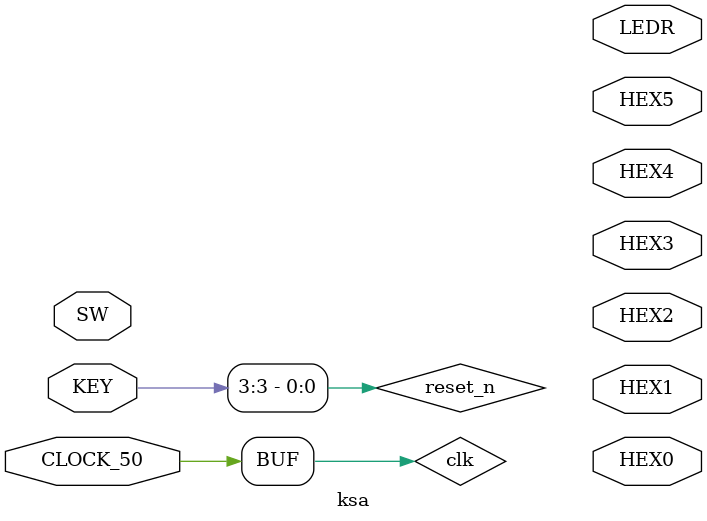
<source format=sv>

module ksa 
  (
    input logic CLOCK_50, // Clock pin
    input [3:0] KEY, //  -- push button switches
    input [9:0] SW, // slider switches
    output [9:0] LEDR, // red lights
    output [6:0] HEX0,
    output [6:0] HEX1,
    output [6:0] HEX2,
    output [6:0] HEX3,
    output [6:0] HEX4,
    output [6:0] HEX5
    );

    // clock and reset signals  
	logic clk, reset_n, wen, clock;
    logic [7:0] address;
    logic [7:0] data; 
    logic [7:0] q;	


    assign clk = CLOCK_50;
    assign reset_n = KEY[3];
	 initialize_s call_initialize (data,address,clk,wen,q);

endmodule
</source>
